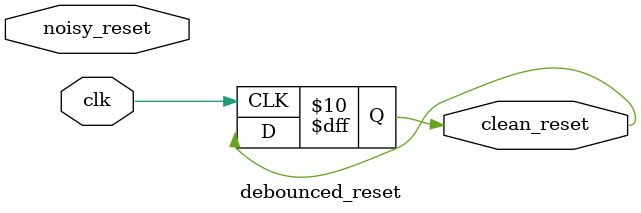
<source format=sv>
module debounced_reset #(
    parameter DEBOUNCE_COUNT = 3
)(
    input wire clk,
    input wire noisy_reset,
    output reg clean_reset
);
    reg [1:0] count;
    reg reset_ff;
    
    // 状态标志位
    wire state = (reset_ff != noisy_reset) ? 2'b00 : 
                 (count < DEBOUNCE_COUNT) ? 2'b01 : 2'b10;
                 
    always @(posedge clk) begin
        reset_ff <= noisy_reset;
        
        case (state)
            2'b00: begin // 输入信号变化
                count <= 0;
            end
            2'b01: begin // 计数未达到稳定值
                count <= count + 1'b1;
            end
            2'b10: begin // 稳定状态
                clean_reset <= reset_ff;
            end
            default: begin // 默认情况
                count <= count;
            end
        endcase
    end
endmodule
</source>
